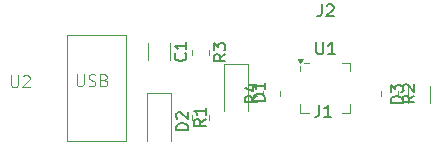
<source format=gbr>
%TF.GenerationSoftware,KiCad,Pcbnew,8.0.7*%
%TF.CreationDate,2025-02-18T21:35:20-08:00*%
%TF.ProjectId,USB_555timer,5553425f-3535-4357-9469-6d65722e6b69,rev?*%
%TF.SameCoordinates,Original*%
%TF.FileFunction,Legend,Top*%
%TF.FilePolarity,Positive*%
%FSLAX46Y46*%
G04 Gerber Fmt 4.6, Leading zero omitted, Abs format (unit mm)*
G04 Created by KiCad (PCBNEW 8.0.7) date 2025-02-18 21:35:20*
%MOMM*%
%LPD*%
G01*
G04 APERTURE LIST*
%ADD10C,0.150000*%
%ADD11C,0.100000*%
%ADD12C,0.120000*%
G04 APERTURE END LIST*
D10*
X160766666Y-92454819D02*
X160766666Y-93169104D01*
X160766666Y-93169104D02*
X160719047Y-93311961D01*
X160719047Y-93311961D02*
X160623809Y-93407200D01*
X160623809Y-93407200D02*
X160480952Y-93454819D01*
X160480952Y-93454819D02*
X160385714Y-93454819D01*
X161195238Y-92550057D02*
X161242857Y-92502438D01*
X161242857Y-92502438D02*
X161338095Y-92454819D01*
X161338095Y-92454819D02*
X161576190Y-92454819D01*
X161576190Y-92454819D02*
X161671428Y-92502438D01*
X161671428Y-92502438D02*
X161719047Y-92550057D01*
X161719047Y-92550057D02*
X161766666Y-92645295D01*
X161766666Y-92645295D02*
X161766666Y-92740533D01*
X161766666Y-92740533D02*
X161719047Y-92883390D01*
X161719047Y-92883390D02*
X161147619Y-93454819D01*
X161147619Y-93454819D02*
X161766666Y-93454819D01*
D11*
X134463095Y-98457419D02*
X134463095Y-99266942D01*
X134463095Y-99266942D02*
X134510714Y-99362180D01*
X134510714Y-99362180D02*
X134558333Y-99409800D01*
X134558333Y-99409800D02*
X134653571Y-99457419D01*
X134653571Y-99457419D02*
X134844047Y-99457419D01*
X134844047Y-99457419D02*
X134939285Y-99409800D01*
X134939285Y-99409800D02*
X134986904Y-99362180D01*
X134986904Y-99362180D02*
X135034523Y-99266942D01*
X135034523Y-99266942D02*
X135034523Y-98457419D01*
X135463095Y-98552657D02*
X135510714Y-98505038D01*
X135510714Y-98505038D02*
X135605952Y-98457419D01*
X135605952Y-98457419D02*
X135844047Y-98457419D01*
X135844047Y-98457419D02*
X135939285Y-98505038D01*
X135939285Y-98505038D02*
X135986904Y-98552657D01*
X135986904Y-98552657D02*
X136034523Y-98647895D01*
X136034523Y-98647895D02*
X136034523Y-98743133D01*
X136034523Y-98743133D02*
X135986904Y-98885990D01*
X135986904Y-98885990D02*
X135415476Y-99457419D01*
X135415476Y-99457419D02*
X136034523Y-99457419D01*
X140028884Y-98372419D02*
X140028884Y-99181942D01*
X140028884Y-99181942D02*
X140076503Y-99277180D01*
X140076503Y-99277180D02*
X140124122Y-99324800D01*
X140124122Y-99324800D02*
X140219360Y-99372419D01*
X140219360Y-99372419D02*
X140409836Y-99372419D01*
X140409836Y-99372419D02*
X140505074Y-99324800D01*
X140505074Y-99324800D02*
X140552693Y-99277180D01*
X140552693Y-99277180D02*
X140600312Y-99181942D01*
X140600312Y-99181942D02*
X140600312Y-98372419D01*
X141028884Y-99324800D02*
X141171741Y-99372419D01*
X141171741Y-99372419D02*
X141409836Y-99372419D01*
X141409836Y-99372419D02*
X141505074Y-99324800D01*
X141505074Y-99324800D02*
X141552693Y-99277180D01*
X141552693Y-99277180D02*
X141600312Y-99181942D01*
X141600312Y-99181942D02*
X141600312Y-99086704D01*
X141600312Y-99086704D02*
X141552693Y-98991466D01*
X141552693Y-98991466D02*
X141505074Y-98943847D01*
X141505074Y-98943847D02*
X141409836Y-98896228D01*
X141409836Y-98896228D02*
X141219360Y-98848609D01*
X141219360Y-98848609D02*
X141124122Y-98800990D01*
X141124122Y-98800990D02*
X141076503Y-98753371D01*
X141076503Y-98753371D02*
X141028884Y-98658133D01*
X141028884Y-98658133D02*
X141028884Y-98562895D01*
X141028884Y-98562895D02*
X141076503Y-98467657D01*
X141076503Y-98467657D02*
X141124122Y-98420038D01*
X141124122Y-98420038D02*
X141219360Y-98372419D01*
X141219360Y-98372419D02*
X141457455Y-98372419D01*
X141457455Y-98372419D02*
X141600312Y-98420038D01*
X142362217Y-98848609D02*
X142505074Y-98896228D01*
X142505074Y-98896228D02*
X142552693Y-98943847D01*
X142552693Y-98943847D02*
X142600312Y-99039085D01*
X142600312Y-99039085D02*
X142600312Y-99181942D01*
X142600312Y-99181942D02*
X142552693Y-99277180D01*
X142552693Y-99277180D02*
X142505074Y-99324800D01*
X142505074Y-99324800D02*
X142409836Y-99372419D01*
X142409836Y-99372419D02*
X142028884Y-99372419D01*
X142028884Y-99372419D02*
X142028884Y-98372419D01*
X142028884Y-98372419D02*
X142362217Y-98372419D01*
X142362217Y-98372419D02*
X142457455Y-98420038D01*
X142457455Y-98420038D02*
X142505074Y-98467657D01*
X142505074Y-98467657D02*
X142552693Y-98562895D01*
X142552693Y-98562895D02*
X142552693Y-98658133D01*
X142552693Y-98658133D02*
X142505074Y-98753371D01*
X142505074Y-98753371D02*
X142457455Y-98800990D01*
X142457455Y-98800990D02*
X142362217Y-98848609D01*
X142362217Y-98848609D02*
X142028884Y-98848609D01*
D10*
X160313095Y-95654819D02*
X160313095Y-96464342D01*
X160313095Y-96464342D02*
X160360714Y-96559580D01*
X160360714Y-96559580D02*
X160408333Y-96607200D01*
X160408333Y-96607200D02*
X160503571Y-96654819D01*
X160503571Y-96654819D02*
X160694047Y-96654819D01*
X160694047Y-96654819D02*
X160789285Y-96607200D01*
X160789285Y-96607200D02*
X160836904Y-96559580D01*
X160836904Y-96559580D02*
X160884523Y-96464342D01*
X160884523Y-96464342D02*
X160884523Y-95654819D01*
X161884523Y-96654819D02*
X161313095Y-96654819D01*
X161598809Y-96654819D02*
X161598809Y-95654819D01*
X161598809Y-95654819D02*
X161503571Y-95797676D01*
X161503571Y-95797676D02*
X161408333Y-95892914D01*
X161408333Y-95892914D02*
X161313095Y-95940533D01*
X155304819Y-100166666D02*
X154828628Y-100499999D01*
X155304819Y-100738094D02*
X154304819Y-100738094D01*
X154304819Y-100738094D02*
X154304819Y-100357142D01*
X154304819Y-100357142D02*
X154352438Y-100261904D01*
X154352438Y-100261904D02*
X154400057Y-100214285D01*
X154400057Y-100214285D02*
X154495295Y-100166666D01*
X154495295Y-100166666D02*
X154638152Y-100166666D01*
X154638152Y-100166666D02*
X154733390Y-100214285D01*
X154733390Y-100214285D02*
X154781009Y-100261904D01*
X154781009Y-100261904D02*
X154828628Y-100357142D01*
X154828628Y-100357142D02*
X154828628Y-100738094D01*
X154638152Y-99309523D02*
X155304819Y-99309523D01*
X154257200Y-99547618D02*
X154971485Y-99785713D01*
X154971485Y-99785713D02*
X154971485Y-99166666D01*
X152604819Y-96666666D02*
X152128628Y-96999999D01*
X152604819Y-97238094D02*
X151604819Y-97238094D01*
X151604819Y-97238094D02*
X151604819Y-96857142D01*
X151604819Y-96857142D02*
X151652438Y-96761904D01*
X151652438Y-96761904D02*
X151700057Y-96714285D01*
X151700057Y-96714285D02*
X151795295Y-96666666D01*
X151795295Y-96666666D02*
X151938152Y-96666666D01*
X151938152Y-96666666D02*
X152033390Y-96714285D01*
X152033390Y-96714285D02*
X152081009Y-96761904D01*
X152081009Y-96761904D02*
X152128628Y-96857142D01*
X152128628Y-96857142D02*
X152128628Y-97238094D01*
X151604819Y-96333332D02*
X151604819Y-95714285D01*
X151604819Y-95714285D02*
X151985771Y-96047618D01*
X151985771Y-96047618D02*
X151985771Y-95904761D01*
X151985771Y-95904761D02*
X152033390Y-95809523D01*
X152033390Y-95809523D02*
X152081009Y-95761904D01*
X152081009Y-95761904D02*
X152176247Y-95714285D01*
X152176247Y-95714285D02*
X152414342Y-95714285D01*
X152414342Y-95714285D02*
X152509580Y-95761904D01*
X152509580Y-95761904D02*
X152557200Y-95809523D01*
X152557200Y-95809523D02*
X152604819Y-95904761D01*
X152604819Y-95904761D02*
X152604819Y-96190475D01*
X152604819Y-96190475D02*
X152557200Y-96285713D01*
X152557200Y-96285713D02*
X152509580Y-96333332D01*
X168604819Y-100166666D02*
X168128628Y-100499999D01*
X168604819Y-100738094D02*
X167604819Y-100738094D01*
X167604819Y-100738094D02*
X167604819Y-100357142D01*
X167604819Y-100357142D02*
X167652438Y-100261904D01*
X167652438Y-100261904D02*
X167700057Y-100214285D01*
X167700057Y-100214285D02*
X167795295Y-100166666D01*
X167795295Y-100166666D02*
X167938152Y-100166666D01*
X167938152Y-100166666D02*
X168033390Y-100214285D01*
X168033390Y-100214285D02*
X168081009Y-100261904D01*
X168081009Y-100261904D02*
X168128628Y-100357142D01*
X168128628Y-100357142D02*
X168128628Y-100738094D01*
X167700057Y-99785713D02*
X167652438Y-99738094D01*
X167652438Y-99738094D02*
X167604819Y-99642856D01*
X167604819Y-99642856D02*
X167604819Y-99404761D01*
X167604819Y-99404761D02*
X167652438Y-99309523D01*
X167652438Y-99309523D02*
X167700057Y-99261904D01*
X167700057Y-99261904D02*
X167795295Y-99214285D01*
X167795295Y-99214285D02*
X167890533Y-99214285D01*
X167890533Y-99214285D02*
X168033390Y-99261904D01*
X168033390Y-99261904D02*
X168604819Y-99833332D01*
X168604819Y-99833332D02*
X168604819Y-99214285D01*
X150954819Y-102166666D02*
X150478628Y-102499999D01*
X150954819Y-102738094D02*
X149954819Y-102738094D01*
X149954819Y-102738094D02*
X149954819Y-102357142D01*
X149954819Y-102357142D02*
X150002438Y-102261904D01*
X150002438Y-102261904D02*
X150050057Y-102214285D01*
X150050057Y-102214285D02*
X150145295Y-102166666D01*
X150145295Y-102166666D02*
X150288152Y-102166666D01*
X150288152Y-102166666D02*
X150383390Y-102214285D01*
X150383390Y-102214285D02*
X150431009Y-102261904D01*
X150431009Y-102261904D02*
X150478628Y-102357142D01*
X150478628Y-102357142D02*
X150478628Y-102738094D01*
X150954819Y-101214285D02*
X150954819Y-101785713D01*
X150954819Y-101499999D02*
X149954819Y-101499999D01*
X149954819Y-101499999D02*
X150097676Y-101595237D01*
X150097676Y-101595237D02*
X150192914Y-101690475D01*
X150192914Y-101690475D02*
X150240533Y-101785713D01*
X167604819Y-100800594D02*
X166604819Y-100800594D01*
X166604819Y-100800594D02*
X166604819Y-100562499D01*
X166604819Y-100562499D02*
X166652438Y-100419642D01*
X166652438Y-100419642D02*
X166747676Y-100324404D01*
X166747676Y-100324404D02*
X166842914Y-100276785D01*
X166842914Y-100276785D02*
X167033390Y-100229166D01*
X167033390Y-100229166D02*
X167176247Y-100229166D01*
X167176247Y-100229166D02*
X167366723Y-100276785D01*
X167366723Y-100276785D02*
X167461961Y-100324404D01*
X167461961Y-100324404D02*
X167557200Y-100419642D01*
X167557200Y-100419642D02*
X167604819Y-100562499D01*
X167604819Y-100562499D02*
X167604819Y-100800594D01*
X166604819Y-99895832D02*
X166604819Y-99276785D01*
X166604819Y-99276785D02*
X166985771Y-99610118D01*
X166985771Y-99610118D02*
X166985771Y-99467261D01*
X166985771Y-99467261D02*
X167033390Y-99372023D01*
X167033390Y-99372023D02*
X167081009Y-99324404D01*
X167081009Y-99324404D02*
X167176247Y-99276785D01*
X167176247Y-99276785D02*
X167414342Y-99276785D01*
X167414342Y-99276785D02*
X167509580Y-99324404D01*
X167509580Y-99324404D02*
X167557200Y-99372023D01*
X167557200Y-99372023D02*
X167604819Y-99467261D01*
X167604819Y-99467261D02*
X167604819Y-99752975D01*
X167604819Y-99752975D02*
X167557200Y-99848213D01*
X167557200Y-99848213D02*
X167509580Y-99895832D01*
X149454819Y-103088094D02*
X148454819Y-103088094D01*
X148454819Y-103088094D02*
X148454819Y-102849999D01*
X148454819Y-102849999D02*
X148502438Y-102707142D01*
X148502438Y-102707142D02*
X148597676Y-102611904D01*
X148597676Y-102611904D02*
X148692914Y-102564285D01*
X148692914Y-102564285D02*
X148883390Y-102516666D01*
X148883390Y-102516666D02*
X149026247Y-102516666D01*
X149026247Y-102516666D02*
X149216723Y-102564285D01*
X149216723Y-102564285D02*
X149311961Y-102611904D01*
X149311961Y-102611904D02*
X149407200Y-102707142D01*
X149407200Y-102707142D02*
X149454819Y-102849999D01*
X149454819Y-102849999D02*
X149454819Y-103088094D01*
X148550057Y-102135713D02*
X148502438Y-102088094D01*
X148502438Y-102088094D02*
X148454819Y-101992856D01*
X148454819Y-101992856D02*
X148454819Y-101754761D01*
X148454819Y-101754761D02*
X148502438Y-101659523D01*
X148502438Y-101659523D02*
X148550057Y-101611904D01*
X148550057Y-101611904D02*
X148645295Y-101564285D01*
X148645295Y-101564285D02*
X148740533Y-101564285D01*
X148740533Y-101564285D02*
X148883390Y-101611904D01*
X148883390Y-101611904D02*
X149454819Y-102183332D01*
X149454819Y-102183332D02*
X149454819Y-101564285D01*
X155954819Y-100588094D02*
X154954819Y-100588094D01*
X154954819Y-100588094D02*
X154954819Y-100349999D01*
X154954819Y-100349999D02*
X155002438Y-100207142D01*
X155002438Y-100207142D02*
X155097676Y-100111904D01*
X155097676Y-100111904D02*
X155192914Y-100064285D01*
X155192914Y-100064285D02*
X155383390Y-100016666D01*
X155383390Y-100016666D02*
X155526247Y-100016666D01*
X155526247Y-100016666D02*
X155716723Y-100064285D01*
X155716723Y-100064285D02*
X155811961Y-100111904D01*
X155811961Y-100111904D02*
X155907200Y-100207142D01*
X155907200Y-100207142D02*
X155954819Y-100349999D01*
X155954819Y-100349999D02*
X155954819Y-100588094D01*
X155954819Y-99064285D02*
X155954819Y-99635713D01*
X155954819Y-99349999D02*
X154954819Y-99349999D01*
X154954819Y-99349999D02*
X155097676Y-99445237D01*
X155097676Y-99445237D02*
X155192914Y-99540475D01*
X155192914Y-99540475D02*
X155240533Y-99635713D01*
X149209580Y-96604166D02*
X149257200Y-96651785D01*
X149257200Y-96651785D02*
X149304819Y-96794642D01*
X149304819Y-96794642D02*
X149304819Y-96889880D01*
X149304819Y-96889880D02*
X149257200Y-97032737D01*
X149257200Y-97032737D02*
X149161961Y-97127975D01*
X149161961Y-97127975D02*
X149066723Y-97175594D01*
X149066723Y-97175594D02*
X148876247Y-97223213D01*
X148876247Y-97223213D02*
X148733390Y-97223213D01*
X148733390Y-97223213D02*
X148542914Y-97175594D01*
X148542914Y-97175594D02*
X148447676Y-97127975D01*
X148447676Y-97127975D02*
X148352438Y-97032737D01*
X148352438Y-97032737D02*
X148304819Y-96889880D01*
X148304819Y-96889880D02*
X148304819Y-96794642D01*
X148304819Y-96794642D02*
X148352438Y-96651785D01*
X148352438Y-96651785D02*
X148400057Y-96604166D01*
X149304819Y-95651785D02*
X149304819Y-96223213D01*
X149304819Y-95937499D02*
X148304819Y-95937499D01*
X148304819Y-95937499D02*
X148447676Y-96032737D01*
X148447676Y-96032737D02*
X148542914Y-96127975D01*
X148542914Y-96127975D02*
X148590533Y-96223213D01*
X160566666Y-100954819D02*
X160566666Y-101669104D01*
X160566666Y-101669104D02*
X160519047Y-101811961D01*
X160519047Y-101811961D02*
X160423809Y-101907200D01*
X160423809Y-101907200D02*
X160280952Y-101954819D01*
X160280952Y-101954819D02*
X160185714Y-101954819D01*
X161566666Y-101954819D02*
X160995238Y-101954819D01*
X161280952Y-101954819D02*
X161280952Y-100954819D01*
X161280952Y-100954819D02*
X161185714Y-101097676D01*
X161185714Y-101097676D02*
X161090476Y-101192914D01*
X161090476Y-101192914D02*
X160995238Y-101240533D01*
%TO.C,U2*%
D11*
X139225000Y-95000000D02*
X144225000Y-95000000D01*
X144225000Y-104000000D01*
X139225000Y-104000000D01*
X139225000Y-95000000D01*
D12*
%TO.C,U1*%
X158965000Y-98115000D02*
X158965000Y-97630000D01*
X158965000Y-101610000D02*
X158965000Y-100885000D01*
X159690000Y-97390000D02*
X159265000Y-97390000D01*
X159690000Y-101610000D02*
X158965000Y-101610000D01*
X162460000Y-97390000D02*
X163185000Y-97390000D01*
X162460000Y-101610000D02*
X163185000Y-101610000D01*
X163185000Y-97390000D02*
X163185000Y-98115000D01*
X163185000Y-101610000D02*
X163185000Y-100885000D01*
X158965000Y-97390000D02*
X158725000Y-97060000D01*
X159205000Y-97060000D01*
X158965000Y-97390000D01*
G36*
X158965000Y-97390000D02*
G01*
X158725000Y-97060000D01*
X159205000Y-97060000D01*
X158965000Y-97390000D01*
G37*
%TO.C,R4*%
X157235000Y-100227064D02*
X157235000Y-99772936D01*
X155765000Y-100227064D02*
X155765000Y-99772936D01*
%TO.C,R3*%
X151235000Y-96272936D02*
X151235000Y-96727064D01*
X149765000Y-96272936D02*
X149765000Y-96727064D01*
%TO.C,R2*%
X167235000Y-99772936D02*
X167235000Y-100227064D01*
X165765000Y-99772936D02*
X165765000Y-100227064D01*
%TO.C,R1*%
X149765000Y-102227064D02*
X149765000Y-101772936D01*
X151235000Y-102227064D02*
X151235000Y-101772936D01*
%TO.C,D3*%
X168090000Y-100773752D02*
X168090000Y-99351248D01*
X169910000Y-100773752D02*
X169910000Y-99351248D01*
%TO.C,D2*%
X148000000Y-99990000D02*
X146000000Y-99990000D01*
X148000000Y-99990000D02*
X148000000Y-104000000D01*
X146000000Y-99990000D02*
X146000000Y-104000000D01*
%TO.C,D1*%
X154500000Y-97490000D02*
X152500000Y-97490000D01*
X154500000Y-97490000D02*
X154500000Y-101500000D01*
X152500000Y-97490000D02*
X152500000Y-101500000D01*
%TO.C,C1*%
X147910000Y-95726248D02*
X147910000Y-97148752D01*
X146090000Y-95726248D02*
X146090000Y-97148752D01*
%TD*%
M02*

</source>
